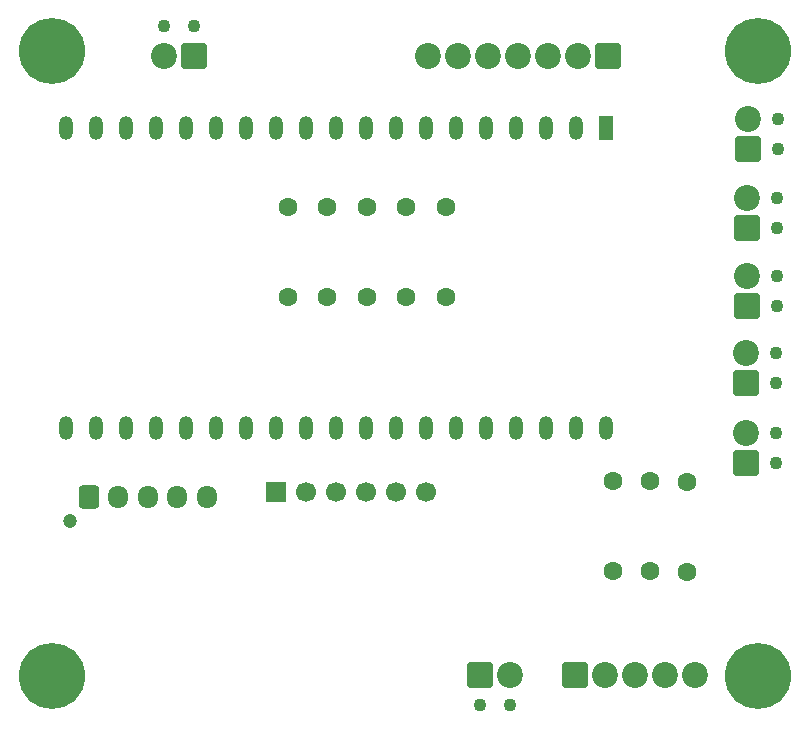
<source format=gbr>
%TF.GenerationSoftware,KiCad,Pcbnew,9.0.3*%
%TF.CreationDate,2026-02-04T08:11:38+02:00*%
%TF.ProjectId,Steering Wheel,53746565-7269-46e6-9720-576865656c2e,rev?*%
%TF.SameCoordinates,Original*%
%TF.FileFunction,Soldermask,Bot*%
%TF.FilePolarity,Negative*%
%FSLAX46Y46*%
G04 Gerber Fmt 4.6, Leading zero omitted, Abs format (unit mm)*
G04 Created by KiCad (PCBNEW 9.0.3) date 2026-02-04 08:11:38*
%MOMM*%
%LPD*%
G01*
G04 APERTURE LIST*
G04 Aperture macros list*
%AMRoundRect*
0 Rectangle with rounded corners*
0 $1 Rounding radius*
0 $2 $3 $4 $5 $6 $7 $8 $9 X,Y pos of 4 corners*
0 Add a 4 corners polygon primitive as box body*
4,1,4,$2,$3,$4,$5,$6,$7,$8,$9,$2,$3,0*
0 Add four circle primitives for the rounded corners*
1,1,$1+$1,$2,$3*
1,1,$1+$1,$4,$5*
1,1,$1+$1,$6,$7*
1,1,$1+$1,$8,$9*
0 Add four rect primitives between the rounded corners*
20,1,$1+$1,$2,$3,$4,$5,0*
20,1,$1+$1,$4,$5,$6,$7,0*
20,1,$1+$1,$6,$7,$8,$9,0*
20,1,$1+$1,$8,$9,$2,$3,0*%
G04 Aperture macros list end*
%ADD10R,1.700000X1.700000*%
%ADD11C,1.700000*%
%ADD12C,1.600000*%
%ADD13R,1.200000X2.000000*%
%ADD14O,1.200000X2.000000*%
%ADD15C,1.100000*%
%ADD16RoundRect,0.249999X0.850001X-0.850001X0.850001X0.850001X-0.850001X0.850001X-0.850001X-0.850001X0*%
%ADD17C,2.200000*%
%ADD18C,3.600000*%
%ADD19C,5.600000*%
%ADD20C,1.200000*%
%ADD21RoundRect,0.250000X-0.600000X-0.725000X0.600000X-0.725000X0.600000X0.725000X-0.600000X0.725000X0*%
%ADD22O,1.700000X1.950000*%
%ADD23RoundRect,0.249999X0.850001X0.850001X-0.850001X0.850001X-0.850001X-0.850001X0.850001X-0.850001X0*%
%ADD24RoundRect,0.249999X-0.850001X-0.850001X0.850001X-0.850001X0.850001X0.850001X-0.850001X0.850001X0*%
G04 APERTURE END LIST*
D10*
%TO.C,J1*%
X82460000Y-83790000D03*
D11*
X85000000Y-83790000D03*
X87540000Y-83790000D03*
X90080000Y-83790000D03*
X92620000Y-83790000D03*
X95160000Y-83790000D03*
%TD*%
D12*
%TO.C,R1*%
X96837500Y-67280000D03*
X96837500Y-59660000D03*
%TD*%
D13*
%TO.C,U2*%
X110433440Y-52990000D03*
D14*
X107893440Y-52990000D03*
X105353440Y-52990000D03*
X102813440Y-52990000D03*
X100273440Y-52990000D03*
X97733440Y-52990000D03*
X95193440Y-52990000D03*
X92653440Y-52990000D03*
X90113440Y-52990000D03*
X87573440Y-52990000D03*
X85033440Y-52990000D03*
X82493440Y-52990000D03*
X79953440Y-52990000D03*
X77413440Y-52990000D03*
X74873440Y-52990000D03*
X72333440Y-52990000D03*
X69793440Y-52990000D03*
X67253440Y-52990000D03*
X64713440Y-52990000D03*
X64716160Y-78386320D03*
X67256160Y-78386320D03*
X69793440Y-78390000D03*
X72333440Y-78390000D03*
X74873440Y-78390000D03*
X77413440Y-78390000D03*
X79953440Y-78390000D03*
X82493440Y-78390000D03*
X85033440Y-78390000D03*
X87573440Y-78390000D03*
X90113440Y-78390000D03*
X92653440Y-78390000D03*
X95193440Y-78390000D03*
X97733440Y-78390000D03*
X100273440Y-78390000D03*
X102813440Y-78390000D03*
X105353440Y-78390000D03*
X107893440Y-78390000D03*
X110433440Y-78390000D03*
%TD*%
D15*
%TO.C,SW2*%
X124940000Y-61460000D03*
X124940000Y-58920000D03*
D16*
X122400000Y-61460000D03*
D17*
X122400000Y-58920000D03*
%TD*%
D18*
%TO.C,H4*%
X63550100Y-99399900D03*
D19*
X63550100Y-99399900D03*
%TD*%
D15*
%TO.C,SW5*%
X124830000Y-81370000D03*
X124830000Y-78830000D03*
D16*
X122290000Y-81370000D03*
D17*
X122290000Y-78830000D03*
%TD*%
D12*
%TO.C,R8*%
X117300000Y-82910000D03*
X117300000Y-90530000D03*
%TD*%
D20*
%TO.C,J5*%
X65010000Y-86220000D03*
D21*
X66610000Y-84220000D03*
D22*
X69110000Y-84220000D03*
X71610000Y-84220000D03*
X74110000Y-84220000D03*
X76610000Y-84220000D03*
%TD*%
D15*
%TO.C,J4*%
X75530000Y-44340000D03*
X72990000Y-44340000D03*
D23*
X75530000Y-46880000D03*
D17*
X72990000Y-46880000D03*
%TD*%
D15*
%TO.C,J2*%
X99750000Y-101840000D03*
X102290000Y-101840000D03*
D24*
X99750000Y-99300000D03*
D17*
X102290000Y-99300000D03*
%TD*%
D24*
%TO.C,J3*%
X107800000Y-99300000D03*
D17*
X110340000Y-99300000D03*
X112880000Y-99300000D03*
X115420000Y-99300000D03*
X117960000Y-99300000D03*
%TD*%
D12*
%TO.C,R3*%
X90150000Y-67280000D03*
X90150000Y-59660000D03*
%TD*%
%TO.C,R6*%
X114155000Y-82870000D03*
X114155000Y-90490000D03*
%TD*%
%TO.C,R4*%
X86806250Y-67280000D03*
X86806250Y-59660000D03*
%TD*%
D15*
%TO.C,SW4*%
X124830000Y-74580000D03*
X124830000Y-72040000D03*
D16*
X122290000Y-74580000D03*
D17*
X122290000Y-72040000D03*
%TD*%
D18*
%TO.C,H3*%
X123329900Y-99399900D03*
D19*
X123329900Y-99399900D03*
%TD*%
D18*
%TO.C,H1*%
X63550100Y-46420100D03*
D19*
X63550100Y-46420100D03*
%TD*%
D12*
%TO.C,R7*%
X110985000Y-82827143D03*
X110985000Y-90447143D03*
%TD*%
D15*
%TO.C,SW3*%
X124880000Y-68010000D03*
X124880000Y-65470000D03*
D16*
X122340000Y-68010000D03*
D17*
X122340000Y-65470000D03*
%TD*%
D15*
%TO.C,SW1*%
X124960000Y-54770000D03*
X124960000Y-52230000D03*
D16*
X122420000Y-54770000D03*
D17*
X122420000Y-52230000D03*
%TD*%
D18*
%TO.C,H2*%
X123329900Y-46420100D03*
D19*
X123329900Y-46420100D03*
%TD*%
D23*
%TO.C,SW6*%
X110610000Y-46880000D03*
D17*
X108070000Y-46880000D03*
X105530000Y-46880000D03*
X102990000Y-46880000D03*
X100450000Y-46880000D03*
X97910000Y-46880000D03*
X95370000Y-46880000D03*
%TD*%
D12*
%TO.C,R2*%
X93493750Y-67280000D03*
X93493750Y-59660000D03*
%TD*%
%TO.C,R5*%
X83462500Y-67280000D03*
X83462500Y-59660000D03*
%TD*%
M02*

</source>
